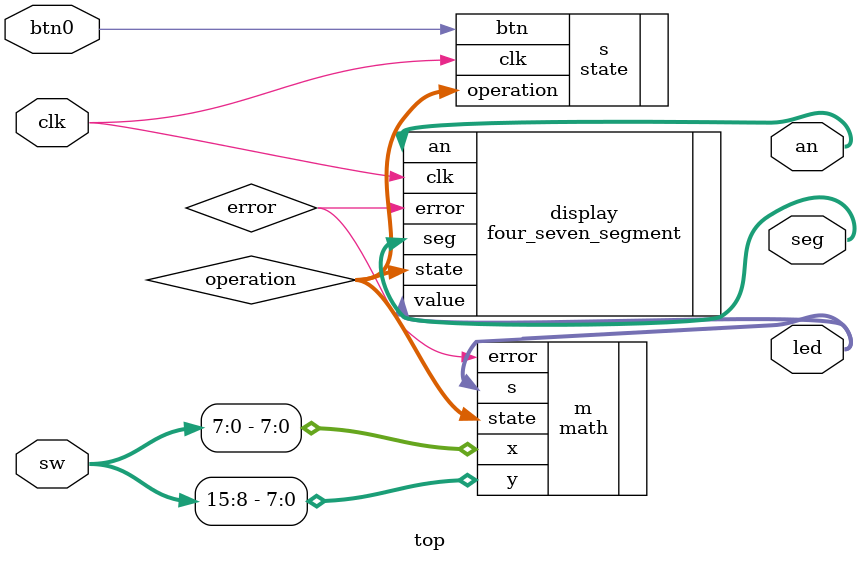
<source format=v>
`timescale 1ns / 1ps

module top (
    input btn0,
    input clk,
    input [15:0] sw,
    output [15:0] led,  // binary LEDs
    output [6:0] seg,  // 7 segment display
    output [3:0] an  // 7 segment annodes
);

  wire [2:0] operation;

  state s (
      .btn(btn0),
      .clk(clk),
      .operation(operation)
  );

  wire error;
  math m (
      .x(sw[7:0]),
      .y(sw[15:8]),
      .state(operation),
      .s(led),
      .error(error)
  );

  four_seven_segment display (
      .clk(clk),
      .value(led),
      .error(error),
      .state(operation),
      .an(an),
      .seg(seg)
  );

endmodule

</source>
